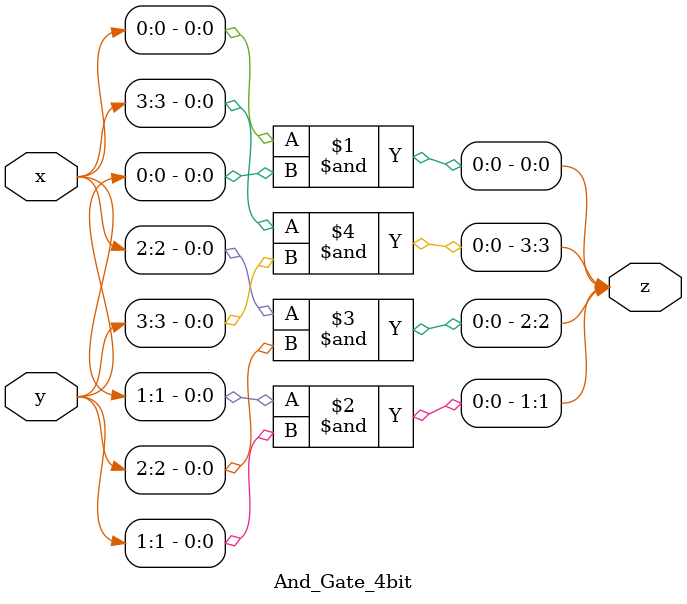
<source format=v>
`timescale 1ns / 1ps


module And_Gate_4bit
    #(parameter n=4)
    (
    input  [n-1:0] x,
    input  [n-1:0] y,
    output [n-1:0] z   
    );
    generate
    genvar k;  
    for(k=0;k<n;k = k + 1)
    begin
    assign  z[k]=x[k]& y[k];
    end
    endgenerate 
endmodule

</source>
